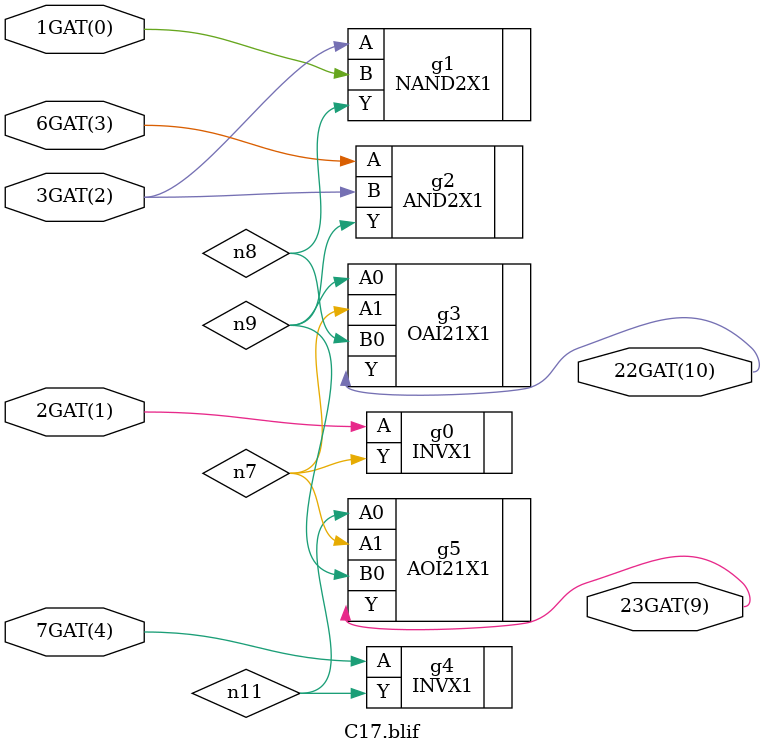
<source format=v>

module C17.blif ( 
    \1GAT(0) , \2GAT(1) , \3GAT(2) , \6GAT(3) , \7GAT(4) ,
    \22GAT(10) , \23GAT(9)   );
  input  \1GAT(0) , \2GAT(1) , \3GAT(2) , \6GAT(3) , \7GAT(4) ;
  output \22GAT(10) , \23GAT(9) ;
  wire n7, n8, n9, n11;
  INVX1    g0(.A(\2GAT(1) ), .Y(n7));
  NAND2X1  g1(.A(\3GAT(2) ), .B(\1GAT(0) ), .Y(n8));
  AND2X1   g2(.A(\6GAT(3) ), .B(\3GAT(2) ), .Y(n9));
  OAI21X1  g3(.A0(n9), .A1(n7), .B0(n8), .Y(\22GAT(10) ));
  INVX1    g4(.A(\7GAT(4) ), .Y(n11));
  AOI21X1  g5(.A0(n11), .A1(n7), .B0(n9), .Y(\23GAT(9) ));
endmodule



</source>
